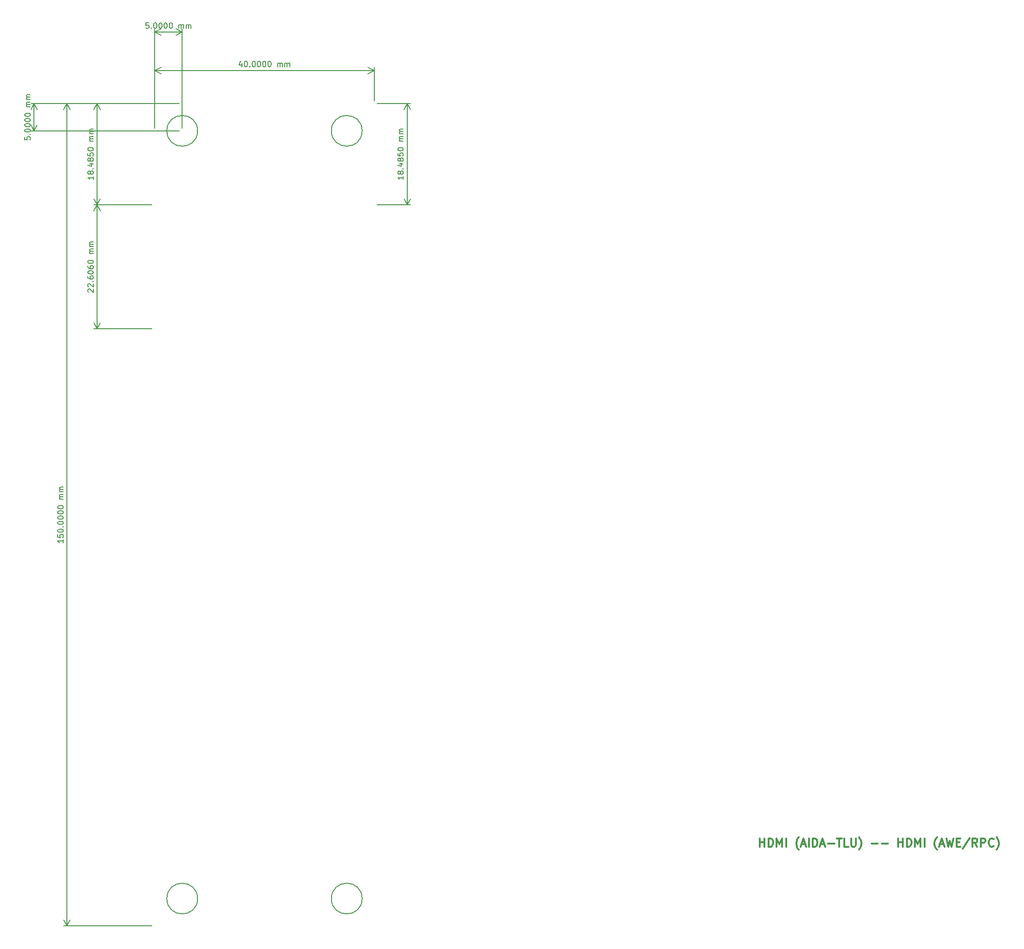
<source format=gbr>
%TF.GenerationSoftware,KiCad,Pcbnew,6.0.7-1.fc36*%
%TF.CreationDate,2022-07-28T17:35:04+01:00*%
%TF.ProjectId,pc070_aida_hdmi_rpc_hdmi,70633037-305f-4616-9964-615f68646d69,rev?*%
%TF.SameCoordinates,Original*%
%TF.FileFunction,Other,Comment*%
%FSLAX46Y46*%
G04 Gerber Fmt 4.6, Leading zero omitted, Abs format (unit mm)*
G04 Created by KiCad (PCBNEW 6.0.7-1.fc36) date 2022-07-28 17:35:04*
%MOMM*%
%LPD*%
G01*
G04 APERTURE LIST*
%ADD10C,0.300000*%
%ADD11C,0.150000*%
G04 APERTURE END LIST*
D10*
X180314285Y-175528571D02*
X180314285Y-174028571D01*
X180314285Y-174742857D02*
X181171428Y-174742857D01*
X181171428Y-175528571D02*
X181171428Y-174028571D01*
X181885714Y-175528571D02*
X181885714Y-174028571D01*
X182242857Y-174028571D01*
X182457142Y-174100000D01*
X182600000Y-174242857D01*
X182671428Y-174385714D01*
X182742857Y-174671428D01*
X182742857Y-174885714D01*
X182671428Y-175171428D01*
X182600000Y-175314285D01*
X182457142Y-175457142D01*
X182242857Y-175528571D01*
X181885714Y-175528571D01*
X183385714Y-175528571D02*
X183385714Y-174028571D01*
X183885714Y-175100000D01*
X184385714Y-174028571D01*
X184385714Y-175528571D01*
X185100000Y-175528571D02*
X185100000Y-174028571D01*
X187385714Y-176100000D02*
X187314285Y-176028571D01*
X187171428Y-175814285D01*
X187100000Y-175671428D01*
X187028571Y-175457142D01*
X186957142Y-175100000D01*
X186957142Y-174814285D01*
X187028571Y-174457142D01*
X187100000Y-174242857D01*
X187171428Y-174100000D01*
X187314285Y-173885714D01*
X187385714Y-173814285D01*
X187885714Y-175100000D02*
X188600000Y-175100000D01*
X187742857Y-175528571D02*
X188242857Y-174028571D01*
X188742857Y-175528571D01*
X189242857Y-175528571D02*
X189242857Y-174028571D01*
X189957142Y-175528571D02*
X189957142Y-174028571D01*
X190314285Y-174028571D01*
X190528571Y-174100000D01*
X190671428Y-174242857D01*
X190742857Y-174385714D01*
X190814285Y-174671428D01*
X190814285Y-174885714D01*
X190742857Y-175171428D01*
X190671428Y-175314285D01*
X190528571Y-175457142D01*
X190314285Y-175528571D01*
X189957142Y-175528571D01*
X191385714Y-175100000D02*
X192100000Y-175100000D01*
X191242857Y-175528571D02*
X191742857Y-174028571D01*
X192242857Y-175528571D01*
X192742857Y-174957142D02*
X193885714Y-174957142D01*
X194385714Y-174028571D02*
X195242857Y-174028571D01*
X194814285Y-175528571D02*
X194814285Y-174028571D01*
X196457142Y-175528571D02*
X195742857Y-175528571D01*
X195742857Y-174028571D01*
X196957142Y-174028571D02*
X196957142Y-175242857D01*
X197028571Y-175385714D01*
X197100000Y-175457142D01*
X197242857Y-175528571D01*
X197528571Y-175528571D01*
X197671428Y-175457142D01*
X197742857Y-175385714D01*
X197814285Y-175242857D01*
X197814285Y-174028571D01*
X198385714Y-176100000D02*
X198457142Y-176028571D01*
X198600000Y-175814285D01*
X198671428Y-175671428D01*
X198742857Y-175457142D01*
X198814285Y-175100000D01*
X198814285Y-174814285D01*
X198742857Y-174457142D01*
X198671428Y-174242857D01*
X198600000Y-174100000D01*
X198457142Y-173885714D01*
X198385714Y-173814285D01*
X200671428Y-174957142D02*
X201814285Y-174957142D01*
X202528571Y-174957142D02*
X203671428Y-174957142D01*
X205528571Y-175528571D02*
X205528571Y-174028571D01*
X205528571Y-174742857D02*
X206385714Y-174742857D01*
X206385714Y-175528571D02*
X206385714Y-174028571D01*
X207100000Y-175528571D02*
X207100000Y-174028571D01*
X207457142Y-174028571D01*
X207671428Y-174100000D01*
X207814285Y-174242857D01*
X207885714Y-174385714D01*
X207957142Y-174671428D01*
X207957142Y-174885714D01*
X207885714Y-175171428D01*
X207814285Y-175314285D01*
X207671428Y-175457142D01*
X207457142Y-175528571D01*
X207100000Y-175528571D01*
X208600000Y-175528571D02*
X208600000Y-174028571D01*
X209100000Y-175100000D01*
X209600000Y-174028571D01*
X209600000Y-175528571D01*
X210314285Y-175528571D02*
X210314285Y-174028571D01*
X212600000Y-176100000D02*
X212528571Y-176028571D01*
X212385714Y-175814285D01*
X212314285Y-175671428D01*
X212242857Y-175457142D01*
X212171428Y-175100000D01*
X212171428Y-174814285D01*
X212242857Y-174457142D01*
X212314285Y-174242857D01*
X212385714Y-174100000D01*
X212528571Y-173885714D01*
X212600000Y-173814285D01*
X213100000Y-175100000D02*
X213814285Y-175100000D01*
X212957142Y-175528571D02*
X213457142Y-174028571D01*
X213957142Y-175528571D01*
X214314285Y-174028571D02*
X214671428Y-175528571D01*
X214957142Y-174457142D01*
X215242857Y-175528571D01*
X215600000Y-174028571D01*
X216171428Y-174742857D02*
X216671428Y-174742857D01*
X216885714Y-175528571D02*
X216171428Y-175528571D01*
X216171428Y-174028571D01*
X216885714Y-174028571D01*
X218600000Y-173957142D02*
X217314285Y-175885714D01*
X219957142Y-175528571D02*
X219457142Y-174814285D01*
X219100000Y-175528571D02*
X219100000Y-174028571D01*
X219671428Y-174028571D01*
X219814285Y-174100000D01*
X219885714Y-174171428D01*
X219957142Y-174314285D01*
X219957142Y-174528571D01*
X219885714Y-174671428D01*
X219814285Y-174742857D01*
X219671428Y-174814285D01*
X219100000Y-174814285D01*
X220600000Y-175528571D02*
X220600000Y-174028571D01*
X221171428Y-174028571D01*
X221314285Y-174100000D01*
X221385714Y-174171428D01*
X221457142Y-174314285D01*
X221457142Y-174528571D01*
X221385714Y-174671428D01*
X221314285Y-174742857D01*
X221171428Y-174814285D01*
X220600000Y-174814285D01*
X222957142Y-175385714D02*
X222885714Y-175457142D01*
X222671428Y-175528571D01*
X222528571Y-175528571D01*
X222314285Y-175457142D01*
X222171428Y-175314285D01*
X222100000Y-175171428D01*
X222028571Y-174885714D01*
X222028571Y-174671428D01*
X222100000Y-174385714D01*
X222171428Y-174242857D01*
X222314285Y-174100000D01*
X222528571Y-174028571D01*
X222671428Y-174028571D01*
X222885714Y-174100000D01*
X222957142Y-174171428D01*
X223457142Y-176100000D02*
X223528571Y-176028571D01*
X223671428Y-175814285D01*
X223742857Y-175671428D01*
X223814285Y-175457142D01*
X223885714Y-175100000D01*
X223885714Y-174814285D01*
X223814285Y-174457142D01*
X223742857Y-174242857D01*
X223671428Y-174100000D01*
X223528571Y-173885714D01*
X223457142Y-173814285D01*
D11*
X53302381Y-119523809D02*
X53302381Y-120095238D01*
X53302381Y-119809523D02*
X52302381Y-119809523D01*
X52445239Y-119904761D01*
X52540477Y-120000000D01*
X52588096Y-120095238D01*
X52302381Y-118619047D02*
X52302381Y-119095238D01*
X52778572Y-119142857D01*
X52730953Y-119095238D01*
X52683334Y-119000000D01*
X52683334Y-118761904D01*
X52730953Y-118666666D01*
X52778572Y-118619047D01*
X52873810Y-118571428D01*
X53111905Y-118571428D01*
X53207143Y-118619047D01*
X53254762Y-118666666D01*
X53302381Y-118761904D01*
X53302381Y-119000000D01*
X53254762Y-119095238D01*
X53207143Y-119142857D01*
X52302381Y-117952380D02*
X52302381Y-117857142D01*
X52350001Y-117761904D01*
X52397620Y-117714285D01*
X52492858Y-117666666D01*
X52683334Y-117619047D01*
X52921429Y-117619047D01*
X53111905Y-117666666D01*
X53207143Y-117714285D01*
X53254762Y-117761904D01*
X53302381Y-117857142D01*
X53302381Y-117952380D01*
X53254762Y-118047619D01*
X53207143Y-118095238D01*
X53111905Y-118142857D01*
X52921429Y-118190476D01*
X52683334Y-118190476D01*
X52492858Y-118142857D01*
X52397620Y-118095238D01*
X52350001Y-118047619D01*
X52302381Y-117952380D01*
X53207143Y-117190476D02*
X53254762Y-117142857D01*
X53302381Y-117190476D01*
X53254762Y-117238095D01*
X53207143Y-117190476D01*
X53302381Y-117190476D01*
X52302381Y-116523809D02*
X52302381Y-116428571D01*
X52350001Y-116333333D01*
X52397620Y-116285714D01*
X52492858Y-116238095D01*
X52683334Y-116190476D01*
X52921429Y-116190476D01*
X53111905Y-116238095D01*
X53207143Y-116285714D01*
X53254762Y-116333333D01*
X53302381Y-116428571D01*
X53302381Y-116523809D01*
X53254762Y-116619047D01*
X53207143Y-116666666D01*
X53111905Y-116714285D01*
X52921429Y-116761904D01*
X52683334Y-116761904D01*
X52492858Y-116714285D01*
X52397620Y-116666666D01*
X52350001Y-116619047D01*
X52302381Y-116523809D01*
X52302381Y-115571428D02*
X52302381Y-115476190D01*
X52350001Y-115380952D01*
X52397620Y-115333333D01*
X52492858Y-115285714D01*
X52683334Y-115238095D01*
X52921429Y-115238095D01*
X53111905Y-115285714D01*
X53207143Y-115333333D01*
X53254762Y-115380952D01*
X53302381Y-115476190D01*
X53302381Y-115571428D01*
X53254762Y-115666666D01*
X53207143Y-115714285D01*
X53111905Y-115761904D01*
X52921429Y-115809523D01*
X52683334Y-115809523D01*
X52492858Y-115761904D01*
X52397620Y-115714285D01*
X52350001Y-115666666D01*
X52302381Y-115571428D01*
X52302381Y-114619047D02*
X52302381Y-114523809D01*
X52350001Y-114428571D01*
X52397620Y-114380952D01*
X52492858Y-114333333D01*
X52683334Y-114285714D01*
X52921429Y-114285714D01*
X53111905Y-114333333D01*
X53207143Y-114380952D01*
X53254762Y-114428571D01*
X53302381Y-114523809D01*
X53302381Y-114619047D01*
X53254762Y-114714285D01*
X53207143Y-114761904D01*
X53111905Y-114809523D01*
X52921429Y-114857142D01*
X52683334Y-114857142D01*
X52492858Y-114809523D01*
X52397620Y-114761904D01*
X52350001Y-114714285D01*
X52302381Y-114619047D01*
X52302381Y-113666666D02*
X52302381Y-113571428D01*
X52350001Y-113476190D01*
X52397620Y-113428571D01*
X52492858Y-113380952D01*
X52683334Y-113333333D01*
X52921429Y-113333333D01*
X53111905Y-113380952D01*
X53207143Y-113428571D01*
X53254762Y-113476190D01*
X53302381Y-113571428D01*
X53302381Y-113666666D01*
X53254762Y-113761904D01*
X53207143Y-113809523D01*
X53111905Y-113857142D01*
X52921429Y-113904761D01*
X52683334Y-113904761D01*
X52492858Y-113857142D01*
X52397620Y-113809523D01*
X52350001Y-113761904D01*
X52302381Y-113666666D01*
X53302381Y-112142857D02*
X52635715Y-112142857D01*
X52730953Y-112142857D02*
X52683334Y-112095238D01*
X52635715Y-112000000D01*
X52635715Y-111857142D01*
X52683334Y-111761904D01*
X52778572Y-111714285D01*
X53302381Y-111714285D01*
X52778572Y-111714285D02*
X52683334Y-111666666D01*
X52635715Y-111571428D01*
X52635715Y-111428571D01*
X52683334Y-111333333D01*
X52778572Y-111285714D01*
X53302381Y-111285714D01*
X53302381Y-110809523D02*
X52635715Y-110809523D01*
X52730953Y-110809523D02*
X52683334Y-110761904D01*
X52635715Y-110666666D01*
X52635715Y-110523809D01*
X52683334Y-110428571D01*
X52778572Y-110380952D01*
X53302381Y-110380952D01*
X52778572Y-110380952D02*
X52683334Y-110333333D01*
X52635715Y-110238095D01*
X52635715Y-110095238D01*
X52683334Y-110000000D01*
X52778572Y-109952380D01*
X53302381Y-109952380D01*
X69500000Y-40000000D02*
X53413581Y-40000000D01*
X69500000Y-190000000D02*
X53413581Y-190000000D01*
X54000001Y-40000000D02*
X54000001Y-190000000D01*
X54000001Y-40000000D02*
X54000001Y-190000000D01*
X54000001Y-40000000D02*
X53413580Y-41126504D01*
X54000001Y-40000000D02*
X54586422Y-41126504D01*
X54000001Y-190000000D02*
X54586422Y-188873496D01*
X54000001Y-190000000D02*
X53413580Y-188873496D01*
X85857142Y-32635714D02*
X85857142Y-33302380D01*
X85619047Y-32254761D02*
X85380952Y-32969047D01*
X86000000Y-32969047D01*
X86571428Y-32302380D02*
X86666666Y-32302380D01*
X86761904Y-32350000D01*
X86809523Y-32397619D01*
X86857142Y-32492857D01*
X86904761Y-32683333D01*
X86904761Y-32921428D01*
X86857142Y-33111904D01*
X86809523Y-33207142D01*
X86761904Y-33254761D01*
X86666666Y-33302380D01*
X86571428Y-33302380D01*
X86476190Y-33254761D01*
X86428571Y-33207142D01*
X86380952Y-33111904D01*
X86333333Y-32921428D01*
X86333333Y-32683333D01*
X86380952Y-32492857D01*
X86428571Y-32397619D01*
X86476190Y-32350000D01*
X86571428Y-32302380D01*
X87333333Y-33207142D02*
X87380952Y-33254761D01*
X87333333Y-33302380D01*
X87285714Y-33254761D01*
X87333333Y-33207142D01*
X87333333Y-33302380D01*
X88000000Y-32302380D02*
X88095238Y-32302380D01*
X88190476Y-32350000D01*
X88238095Y-32397619D01*
X88285714Y-32492857D01*
X88333333Y-32683333D01*
X88333333Y-32921428D01*
X88285714Y-33111904D01*
X88238095Y-33207142D01*
X88190476Y-33254761D01*
X88095238Y-33302380D01*
X88000000Y-33302380D01*
X87904761Y-33254761D01*
X87857142Y-33207142D01*
X87809523Y-33111904D01*
X87761904Y-32921428D01*
X87761904Y-32683333D01*
X87809523Y-32492857D01*
X87857142Y-32397619D01*
X87904761Y-32350000D01*
X88000000Y-32302380D01*
X88952380Y-32302380D02*
X89047619Y-32302380D01*
X89142857Y-32350000D01*
X89190476Y-32397619D01*
X89238095Y-32492857D01*
X89285714Y-32683333D01*
X89285714Y-32921428D01*
X89238095Y-33111904D01*
X89190476Y-33207142D01*
X89142857Y-33254761D01*
X89047619Y-33302380D01*
X88952380Y-33302380D01*
X88857142Y-33254761D01*
X88809523Y-33207142D01*
X88761904Y-33111904D01*
X88714285Y-32921428D01*
X88714285Y-32683333D01*
X88761904Y-32492857D01*
X88809523Y-32397619D01*
X88857142Y-32350000D01*
X88952380Y-32302380D01*
X89904761Y-32302380D02*
X90000000Y-32302380D01*
X90095238Y-32350000D01*
X90142857Y-32397619D01*
X90190476Y-32492857D01*
X90238095Y-32683333D01*
X90238095Y-32921428D01*
X90190476Y-33111904D01*
X90142857Y-33207142D01*
X90095238Y-33254761D01*
X90000000Y-33302380D01*
X89904761Y-33302380D01*
X89809523Y-33254761D01*
X89761904Y-33207142D01*
X89714285Y-33111904D01*
X89666666Y-32921428D01*
X89666666Y-32683333D01*
X89714285Y-32492857D01*
X89761904Y-32397619D01*
X89809523Y-32350000D01*
X89904761Y-32302380D01*
X90857142Y-32302380D02*
X90952380Y-32302380D01*
X91047619Y-32350000D01*
X91095238Y-32397619D01*
X91142857Y-32492857D01*
X91190476Y-32683333D01*
X91190476Y-32921428D01*
X91142857Y-33111904D01*
X91095238Y-33207142D01*
X91047619Y-33254761D01*
X90952380Y-33302380D01*
X90857142Y-33302380D01*
X90761904Y-33254761D01*
X90714285Y-33207142D01*
X90666666Y-33111904D01*
X90619047Y-32921428D01*
X90619047Y-32683333D01*
X90666666Y-32492857D01*
X90714285Y-32397619D01*
X90761904Y-32350000D01*
X90857142Y-32302380D01*
X92380952Y-33302380D02*
X92380952Y-32635714D01*
X92380952Y-32730952D02*
X92428571Y-32683333D01*
X92523809Y-32635714D01*
X92666666Y-32635714D01*
X92761904Y-32683333D01*
X92809523Y-32778571D01*
X92809523Y-33302380D01*
X92809523Y-32778571D02*
X92857142Y-32683333D01*
X92952380Y-32635714D01*
X93095238Y-32635714D01*
X93190476Y-32683333D01*
X93238095Y-32778571D01*
X93238095Y-33302380D01*
X93714285Y-33302380D02*
X93714285Y-32635714D01*
X93714285Y-32730952D02*
X93761904Y-32683333D01*
X93857142Y-32635714D01*
X94000000Y-32635714D01*
X94095238Y-32683333D01*
X94142857Y-32778571D01*
X94142857Y-33302380D01*
X94142857Y-32778571D02*
X94190476Y-32683333D01*
X94285714Y-32635714D01*
X94428571Y-32635714D01*
X94523809Y-32683333D01*
X94571428Y-32778571D01*
X94571428Y-33302380D01*
X70000000Y-39500000D02*
X70000000Y-33413580D01*
X110000000Y-39500000D02*
X110000000Y-33413580D01*
X70000000Y-34000000D02*
X110000000Y-34000000D01*
X70000000Y-34000000D02*
X110000000Y-34000000D01*
X70000000Y-34000000D02*
X71126504Y-34586421D01*
X70000000Y-34000000D02*
X71126504Y-33413579D01*
X110000000Y-34000000D02*
X108873496Y-33413579D01*
X110000000Y-34000000D02*
X108873496Y-34586421D01*
X58802381Y-53290119D02*
X58802381Y-53861547D01*
X58802381Y-53575833D02*
X57802381Y-53575833D01*
X57945239Y-53671071D01*
X58040477Y-53766309D01*
X58088096Y-53861547D01*
X58230953Y-52718690D02*
X58183334Y-52813928D01*
X58135715Y-52861547D01*
X58040477Y-52909166D01*
X57992858Y-52909166D01*
X57897620Y-52861547D01*
X57850001Y-52813928D01*
X57802381Y-52718690D01*
X57802381Y-52528214D01*
X57850001Y-52432976D01*
X57897620Y-52385357D01*
X57992858Y-52337738D01*
X58040477Y-52337738D01*
X58135715Y-52385357D01*
X58183334Y-52432976D01*
X58230953Y-52528214D01*
X58230953Y-52718690D01*
X58278572Y-52813928D01*
X58326191Y-52861547D01*
X58421429Y-52909166D01*
X58611905Y-52909166D01*
X58707143Y-52861547D01*
X58754762Y-52813928D01*
X58802381Y-52718690D01*
X58802381Y-52528214D01*
X58754762Y-52432976D01*
X58707143Y-52385357D01*
X58611905Y-52337738D01*
X58421429Y-52337738D01*
X58326191Y-52385357D01*
X58278572Y-52432976D01*
X58230953Y-52528214D01*
X58707143Y-51909166D02*
X58754762Y-51861547D01*
X58802381Y-51909166D01*
X58754762Y-51956785D01*
X58707143Y-51909166D01*
X58802381Y-51909166D01*
X58135715Y-51004404D02*
X58802381Y-51004404D01*
X57754762Y-51242500D02*
X58469048Y-51480595D01*
X58469048Y-50861547D01*
X58230953Y-50337738D02*
X58183334Y-50432976D01*
X58135715Y-50480595D01*
X58040477Y-50528214D01*
X57992858Y-50528214D01*
X57897620Y-50480595D01*
X57850001Y-50432976D01*
X57802381Y-50337738D01*
X57802381Y-50147261D01*
X57850001Y-50052023D01*
X57897620Y-50004404D01*
X57992858Y-49956785D01*
X58040477Y-49956785D01*
X58135715Y-50004404D01*
X58183334Y-50052023D01*
X58230953Y-50147261D01*
X58230953Y-50337738D01*
X58278572Y-50432976D01*
X58326191Y-50480595D01*
X58421429Y-50528214D01*
X58611905Y-50528214D01*
X58707143Y-50480595D01*
X58754762Y-50432976D01*
X58802381Y-50337738D01*
X58802381Y-50147261D01*
X58754762Y-50052023D01*
X58707143Y-50004404D01*
X58611905Y-49956785D01*
X58421429Y-49956785D01*
X58326191Y-50004404D01*
X58278572Y-50052023D01*
X58230953Y-50147261D01*
X57802381Y-49052023D02*
X57802381Y-49528214D01*
X58278572Y-49575833D01*
X58230953Y-49528214D01*
X58183334Y-49432976D01*
X58183334Y-49194880D01*
X58230953Y-49099642D01*
X58278572Y-49052023D01*
X58373810Y-49004404D01*
X58611905Y-49004404D01*
X58707143Y-49052023D01*
X58754762Y-49099642D01*
X58802381Y-49194880D01*
X58802381Y-49432976D01*
X58754762Y-49528214D01*
X58707143Y-49575833D01*
X57802381Y-48385357D02*
X57802381Y-48290119D01*
X57850001Y-48194880D01*
X57897620Y-48147261D01*
X57992858Y-48099642D01*
X58183334Y-48052023D01*
X58421429Y-48052023D01*
X58611905Y-48099642D01*
X58707143Y-48147261D01*
X58754762Y-48194880D01*
X58802381Y-48290119D01*
X58802381Y-48385357D01*
X58754762Y-48480595D01*
X58707143Y-48528214D01*
X58611905Y-48575833D01*
X58421429Y-48623452D01*
X58183334Y-48623452D01*
X57992858Y-48575833D01*
X57897620Y-48528214D01*
X57850001Y-48480595D01*
X57802381Y-48385357D01*
X58802381Y-46861547D02*
X58135715Y-46861547D01*
X58230953Y-46861547D02*
X58183334Y-46813928D01*
X58135715Y-46718690D01*
X58135715Y-46575833D01*
X58183334Y-46480595D01*
X58278572Y-46432976D01*
X58802381Y-46432976D01*
X58278572Y-46432976D02*
X58183334Y-46385357D01*
X58135715Y-46290119D01*
X58135715Y-46147261D01*
X58183334Y-46052023D01*
X58278572Y-46004404D01*
X58802381Y-46004404D01*
X58802381Y-45528214D02*
X58135715Y-45528214D01*
X58230953Y-45528214D02*
X58183334Y-45480595D01*
X58135715Y-45385357D01*
X58135715Y-45242500D01*
X58183334Y-45147261D01*
X58278572Y-45099642D01*
X58802381Y-45099642D01*
X58278572Y-45099642D02*
X58183334Y-45052023D01*
X58135715Y-44956785D01*
X58135715Y-44813928D01*
X58183334Y-44718690D01*
X58278572Y-44671071D01*
X58802381Y-44671071D01*
X69500000Y-40000000D02*
X58913581Y-40000000D01*
X69500000Y-58485000D02*
X58913581Y-58485000D01*
X59500001Y-40000000D02*
X59500001Y-58485000D01*
X59500001Y-40000000D02*
X59500001Y-58485000D01*
X59500001Y-40000000D02*
X58913580Y-41126504D01*
X59500001Y-40000000D02*
X60086422Y-41126504D01*
X59500001Y-58485000D02*
X60086422Y-57358496D01*
X59500001Y-58485000D02*
X58913580Y-57358496D01*
X57897620Y-74407047D02*
X57850001Y-74359428D01*
X57802381Y-74264190D01*
X57802381Y-74026095D01*
X57850001Y-73930857D01*
X57897620Y-73883238D01*
X57992858Y-73835619D01*
X58088096Y-73835619D01*
X58230953Y-73883238D01*
X58802381Y-74454666D01*
X58802381Y-73835619D01*
X57897620Y-73454666D02*
X57850001Y-73407047D01*
X57802381Y-73311809D01*
X57802381Y-73073714D01*
X57850001Y-72978476D01*
X57897620Y-72930857D01*
X57992858Y-72883238D01*
X58088096Y-72883238D01*
X58230953Y-72930857D01*
X58802381Y-73502285D01*
X58802381Y-72883238D01*
X58707143Y-72454666D02*
X58754762Y-72407047D01*
X58802381Y-72454666D01*
X58754762Y-72502285D01*
X58707143Y-72454666D01*
X58802381Y-72454666D01*
X57802381Y-71549904D02*
X57802381Y-71740380D01*
X57850001Y-71835619D01*
X57897620Y-71883238D01*
X58040477Y-71978476D01*
X58230953Y-72026095D01*
X58611905Y-72026095D01*
X58707143Y-71978476D01*
X58754762Y-71930857D01*
X58802381Y-71835619D01*
X58802381Y-71645142D01*
X58754762Y-71549904D01*
X58707143Y-71502285D01*
X58611905Y-71454666D01*
X58373810Y-71454666D01*
X58278572Y-71502285D01*
X58230953Y-71549904D01*
X58183334Y-71645142D01*
X58183334Y-71835619D01*
X58230953Y-71930857D01*
X58278572Y-71978476D01*
X58373810Y-72026095D01*
X57802381Y-70835619D02*
X57802381Y-70740380D01*
X57850001Y-70645142D01*
X57897620Y-70597523D01*
X57992858Y-70549904D01*
X58183334Y-70502285D01*
X58421429Y-70502285D01*
X58611905Y-70549904D01*
X58707143Y-70597523D01*
X58754762Y-70645142D01*
X58802381Y-70740380D01*
X58802381Y-70835619D01*
X58754762Y-70930857D01*
X58707143Y-70978476D01*
X58611905Y-71026095D01*
X58421429Y-71073714D01*
X58183334Y-71073714D01*
X57992858Y-71026095D01*
X57897620Y-70978476D01*
X57850001Y-70930857D01*
X57802381Y-70835619D01*
X57802381Y-69645142D02*
X57802381Y-69835619D01*
X57850001Y-69930857D01*
X57897620Y-69978476D01*
X58040477Y-70073714D01*
X58230953Y-70121333D01*
X58611905Y-70121333D01*
X58707143Y-70073714D01*
X58754762Y-70026095D01*
X58802381Y-69930857D01*
X58802381Y-69740380D01*
X58754762Y-69645142D01*
X58707143Y-69597523D01*
X58611905Y-69549904D01*
X58373810Y-69549904D01*
X58278572Y-69597523D01*
X58230953Y-69645142D01*
X58183334Y-69740380D01*
X58183334Y-69930857D01*
X58230953Y-70026095D01*
X58278572Y-70073714D01*
X58373810Y-70121333D01*
X57802381Y-68930857D02*
X57802381Y-68835619D01*
X57850001Y-68740380D01*
X57897620Y-68692761D01*
X57992858Y-68645142D01*
X58183334Y-68597523D01*
X58421429Y-68597523D01*
X58611905Y-68645142D01*
X58707143Y-68692761D01*
X58754762Y-68740380D01*
X58802381Y-68835619D01*
X58802381Y-68930857D01*
X58754762Y-69026095D01*
X58707143Y-69073714D01*
X58611905Y-69121333D01*
X58421429Y-69168952D01*
X58183334Y-69168952D01*
X57992858Y-69121333D01*
X57897620Y-69073714D01*
X57850001Y-69026095D01*
X57802381Y-68930857D01*
X58802381Y-67407047D02*
X58135715Y-67407047D01*
X58230953Y-67407047D02*
X58183334Y-67359428D01*
X58135715Y-67264190D01*
X58135715Y-67121333D01*
X58183334Y-67026095D01*
X58278572Y-66978476D01*
X58802381Y-66978476D01*
X58278572Y-66978476D02*
X58183334Y-66930857D01*
X58135715Y-66835619D01*
X58135715Y-66692761D01*
X58183334Y-66597523D01*
X58278572Y-66549904D01*
X58802381Y-66549904D01*
X58802381Y-66073714D02*
X58135715Y-66073714D01*
X58230953Y-66073714D02*
X58183334Y-66026095D01*
X58135715Y-65930857D01*
X58135715Y-65788000D01*
X58183334Y-65692761D01*
X58278572Y-65645142D01*
X58802381Y-65645142D01*
X58278572Y-65645142D02*
X58183334Y-65597523D01*
X58135715Y-65502285D01*
X58135715Y-65359428D01*
X58183334Y-65264190D01*
X58278572Y-65216571D01*
X58802381Y-65216571D01*
X69500000Y-58485000D02*
X58913581Y-58485000D01*
X69500000Y-81091000D02*
X58913581Y-81091000D01*
X59500001Y-58485000D02*
X59500001Y-81091000D01*
X59500001Y-58485000D02*
X59500001Y-81091000D01*
X59500001Y-58485000D02*
X58913580Y-59611504D01*
X59500001Y-58485000D02*
X60086422Y-59611504D01*
X59500001Y-81091000D02*
X60086422Y-79964496D01*
X59500001Y-81091000D02*
X58913580Y-79964496D01*
X115302380Y-53290119D02*
X115302380Y-53861547D01*
X115302380Y-53575833D02*
X114302380Y-53575833D01*
X114445238Y-53671071D01*
X114540476Y-53766309D01*
X114588095Y-53861547D01*
X114730952Y-52718690D02*
X114683333Y-52813928D01*
X114635714Y-52861547D01*
X114540476Y-52909166D01*
X114492857Y-52909166D01*
X114397619Y-52861547D01*
X114350000Y-52813928D01*
X114302380Y-52718690D01*
X114302380Y-52528214D01*
X114350000Y-52432976D01*
X114397619Y-52385357D01*
X114492857Y-52337738D01*
X114540476Y-52337738D01*
X114635714Y-52385357D01*
X114683333Y-52432976D01*
X114730952Y-52528214D01*
X114730952Y-52718690D01*
X114778571Y-52813928D01*
X114826190Y-52861547D01*
X114921428Y-52909166D01*
X115111904Y-52909166D01*
X115207142Y-52861547D01*
X115254761Y-52813928D01*
X115302380Y-52718690D01*
X115302380Y-52528214D01*
X115254761Y-52432976D01*
X115207142Y-52385357D01*
X115111904Y-52337738D01*
X114921428Y-52337738D01*
X114826190Y-52385357D01*
X114778571Y-52432976D01*
X114730952Y-52528214D01*
X115207142Y-51909166D02*
X115254761Y-51861547D01*
X115302380Y-51909166D01*
X115254761Y-51956785D01*
X115207142Y-51909166D01*
X115302380Y-51909166D01*
X114635714Y-51004404D02*
X115302380Y-51004404D01*
X114254761Y-51242500D02*
X114969047Y-51480595D01*
X114969047Y-50861547D01*
X114730952Y-50337738D02*
X114683333Y-50432976D01*
X114635714Y-50480595D01*
X114540476Y-50528214D01*
X114492857Y-50528214D01*
X114397619Y-50480595D01*
X114350000Y-50432976D01*
X114302380Y-50337738D01*
X114302380Y-50147261D01*
X114350000Y-50052023D01*
X114397619Y-50004404D01*
X114492857Y-49956785D01*
X114540476Y-49956785D01*
X114635714Y-50004404D01*
X114683333Y-50052023D01*
X114730952Y-50147261D01*
X114730952Y-50337738D01*
X114778571Y-50432976D01*
X114826190Y-50480595D01*
X114921428Y-50528214D01*
X115111904Y-50528214D01*
X115207142Y-50480595D01*
X115254761Y-50432976D01*
X115302380Y-50337738D01*
X115302380Y-50147261D01*
X115254761Y-50052023D01*
X115207142Y-50004404D01*
X115111904Y-49956785D01*
X114921428Y-49956785D01*
X114826190Y-50004404D01*
X114778571Y-50052023D01*
X114730952Y-50147261D01*
X114302380Y-49052023D02*
X114302380Y-49528214D01*
X114778571Y-49575833D01*
X114730952Y-49528214D01*
X114683333Y-49432976D01*
X114683333Y-49194880D01*
X114730952Y-49099642D01*
X114778571Y-49052023D01*
X114873809Y-49004404D01*
X115111904Y-49004404D01*
X115207142Y-49052023D01*
X115254761Y-49099642D01*
X115302380Y-49194880D01*
X115302380Y-49432976D01*
X115254761Y-49528214D01*
X115207142Y-49575833D01*
X114302380Y-48385357D02*
X114302380Y-48290119D01*
X114350000Y-48194880D01*
X114397619Y-48147261D01*
X114492857Y-48099642D01*
X114683333Y-48052023D01*
X114921428Y-48052023D01*
X115111904Y-48099642D01*
X115207142Y-48147261D01*
X115254761Y-48194880D01*
X115302380Y-48290119D01*
X115302380Y-48385357D01*
X115254761Y-48480595D01*
X115207142Y-48528214D01*
X115111904Y-48575833D01*
X114921428Y-48623452D01*
X114683333Y-48623452D01*
X114492857Y-48575833D01*
X114397619Y-48528214D01*
X114350000Y-48480595D01*
X114302380Y-48385357D01*
X115302380Y-46861547D02*
X114635714Y-46861547D01*
X114730952Y-46861547D02*
X114683333Y-46813928D01*
X114635714Y-46718690D01*
X114635714Y-46575833D01*
X114683333Y-46480595D01*
X114778571Y-46432976D01*
X115302380Y-46432976D01*
X114778571Y-46432976D02*
X114683333Y-46385357D01*
X114635714Y-46290119D01*
X114635714Y-46147261D01*
X114683333Y-46052023D01*
X114778571Y-46004404D01*
X115302380Y-46004404D01*
X115302380Y-45528214D02*
X114635714Y-45528214D01*
X114730952Y-45528214D02*
X114683333Y-45480595D01*
X114635714Y-45385357D01*
X114635714Y-45242500D01*
X114683333Y-45147261D01*
X114778571Y-45099642D01*
X115302380Y-45099642D01*
X114778571Y-45099642D02*
X114683333Y-45052023D01*
X114635714Y-44956785D01*
X114635714Y-44813928D01*
X114683333Y-44718690D01*
X114778571Y-44671071D01*
X115302380Y-44671071D01*
X110500000Y-58485000D02*
X116586420Y-58485000D01*
X110500000Y-40000000D02*
X116586420Y-40000000D01*
X116000000Y-58485000D02*
X116000000Y-40000000D01*
X116000000Y-58485000D02*
X116000000Y-40000000D01*
X116000000Y-58485000D02*
X116586421Y-57358496D01*
X116000000Y-58485000D02*
X115413579Y-57358496D01*
X116000000Y-40000000D02*
X115413579Y-41126504D01*
X116000000Y-40000000D02*
X116586421Y-41126504D01*
X68880952Y-25302380D02*
X68404761Y-25302380D01*
X68357142Y-25778571D01*
X68404761Y-25730952D01*
X68500000Y-25683333D01*
X68738095Y-25683333D01*
X68833333Y-25730952D01*
X68880952Y-25778571D01*
X68928571Y-25873809D01*
X68928571Y-26111904D01*
X68880952Y-26207142D01*
X68833333Y-26254761D01*
X68738095Y-26302380D01*
X68500000Y-26302380D01*
X68404761Y-26254761D01*
X68357142Y-26207142D01*
X69357142Y-26207142D02*
X69404761Y-26254761D01*
X69357142Y-26302380D01*
X69309523Y-26254761D01*
X69357142Y-26207142D01*
X69357142Y-26302380D01*
X70023809Y-25302380D02*
X70119047Y-25302380D01*
X70214285Y-25350000D01*
X70261904Y-25397619D01*
X70309523Y-25492857D01*
X70357142Y-25683333D01*
X70357142Y-25921428D01*
X70309523Y-26111904D01*
X70261904Y-26207142D01*
X70214285Y-26254761D01*
X70119047Y-26302380D01*
X70023809Y-26302380D01*
X69928571Y-26254761D01*
X69880952Y-26207142D01*
X69833333Y-26111904D01*
X69785714Y-25921428D01*
X69785714Y-25683333D01*
X69833333Y-25492857D01*
X69880952Y-25397619D01*
X69928571Y-25350000D01*
X70023809Y-25302380D01*
X70976190Y-25302380D02*
X71071428Y-25302380D01*
X71166666Y-25350000D01*
X71214285Y-25397619D01*
X71261904Y-25492857D01*
X71309523Y-25683333D01*
X71309523Y-25921428D01*
X71261904Y-26111904D01*
X71214285Y-26207142D01*
X71166666Y-26254761D01*
X71071428Y-26302380D01*
X70976190Y-26302380D01*
X70880952Y-26254761D01*
X70833333Y-26207142D01*
X70785714Y-26111904D01*
X70738095Y-25921428D01*
X70738095Y-25683333D01*
X70785714Y-25492857D01*
X70833333Y-25397619D01*
X70880952Y-25350000D01*
X70976190Y-25302380D01*
X71928571Y-25302380D02*
X72023809Y-25302380D01*
X72119047Y-25350000D01*
X72166666Y-25397619D01*
X72214285Y-25492857D01*
X72261904Y-25683333D01*
X72261904Y-25921428D01*
X72214285Y-26111904D01*
X72166666Y-26207142D01*
X72119047Y-26254761D01*
X72023809Y-26302380D01*
X71928571Y-26302380D01*
X71833333Y-26254761D01*
X71785714Y-26207142D01*
X71738095Y-26111904D01*
X71690476Y-25921428D01*
X71690476Y-25683333D01*
X71738095Y-25492857D01*
X71785714Y-25397619D01*
X71833333Y-25350000D01*
X71928571Y-25302380D01*
X72880952Y-25302380D02*
X72976190Y-25302380D01*
X73071428Y-25350000D01*
X73119047Y-25397619D01*
X73166666Y-25492857D01*
X73214285Y-25683333D01*
X73214285Y-25921428D01*
X73166666Y-26111904D01*
X73119047Y-26207142D01*
X73071428Y-26254761D01*
X72976190Y-26302380D01*
X72880952Y-26302380D01*
X72785714Y-26254761D01*
X72738095Y-26207142D01*
X72690476Y-26111904D01*
X72642857Y-25921428D01*
X72642857Y-25683333D01*
X72690476Y-25492857D01*
X72738095Y-25397619D01*
X72785714Y-25350000D01*
X72880952Y-25302380D01*
X74404761Y-26302380D02*
X74404761Y-25635714D01*
X74404761Y-25730952D02*
X74452380Y-25683333D01*
X74547619Y-25635714D01*
X74690476Y-25635714D01*
X74785714Y-25683333D01*
X74833333Y-25778571D01*
X74833333Y-26302380D01*
X74833333Y-25778571D02*
X74880952Y-25683333D01*
X74976190Y-25635714D01*
X75119047Y-25635714D01*
X75214285Y-25683333D01*
X75261904Y-25778571D01*
X75261904Y-26302380D01*
X75738095Y-26302380D02*
X75738095Y-25635714D01*
X75738095Y-25730952D02*
X75785714Y-25683333D01*
X75880952Y-25635714D01*
X76023809Y-25635714D01*
X76119047Y-25683333D01*
X76166666Y-25778571D01*
X76166666Y-26302380D01*
X76166666Y-25778571D02*
X76214285Y-25683333D01*
X76309523Y-25635714D01*
X76452380Y-25635714D01*
X76547619Y-25683333D01*
X76595238Y-25778571D01*
X76595238Y-26302380D01*
X75000000Y-44500000D02*
X75000000Y-26413580D01*
X70000000Y-44500000D02*
X70000000Y-26413580D01*
X75000000Y-27000000D02*
X70000000Y-27000000D01*
X75000000Y-27000000D02*
X70000000Y-27000000D01*
X75000000Y-27000000D02*
X73873496Y-26413579D01*
X75000000Y-27000000D02*
X73873496Y-27586421D01*
X70000000Y-27000000D02*
X71126504Y-27586421D01*
X70000000Y-27000000D02*
X71126504Y-26413579D01*
X46302380Y-46119047D02*
X46302380Y-46595238D01*
X46778571Y-46642857D01*
X46730952Y-46595238D01*
X46683333Y-46500000D01*
X46683333Y-46261904D01*
X46730952Y-46166666D01*
X46778571Y-46119047D01*
X46873809Y-46071428D01*
X47111904Y-46071428D01*
X47207142Y-46119047D01*
X47254761Y-46166666D01*
X47302380Y-46261904D01*
X47302380Y-46500000D01*
X47254761Y-46595238D01*
X47207142Y-46642857D01*
X47207142Y-45642857D02*
X47254761Y-45595238D01*
X47302380Y-45642857D01*
X47254761Y-45690476D01*
X47207142Y-45642857D01*
X47302380Y-45642857D01*
X46302380Y-44976190D02*
X46302380Y-44880952D01*
X46350000Y-44785714D01*
X46397619Y-44738095D01*
X46492857Y-44690476D01*
X46683333Y-44642857D01*
X46921428Y-44642857D01*
X47111904Y-44690476D01*
X47207142Y-44738095D01*
X47254761Y-44785714D01*
X47302380Y-44880952D01*
X47302380Y-44976190D01*
X47254761Y-45071428D01*
X47207142Y-45119047D01*
X47111904Y-45166666D01*
X46921428Y-45214285D01*
X46683333Y-45214285D01*
X46492857Y-45166666D01*
X46397619Y-45119047D01*
X46350000Y-45071428D01*
X46302380Y-44976190D01*
X46302380Y-44023809D02*
X46302380Y-43928571D01*
X46350000Y-43833333D01*
X46397619Y-43785714D01*
X46492857Y-43738095D01*
X46683333Y-43690476D01*
X46921428Y-43690476D01*
X47111904Y-43738095D01*
X47207142Y-43785714D01*
X47254761Y-43833333D01*
X47302380Y-43928571D01*
X47302380Y-44023809D01*
X47254761Y-44119047D01*
X47207142Y-44166666D01*
X47111904Y-44214285D01*
X46921428Y-44261904D01*
X46683333Y-44261904D01*
X46492857Y-44214285D01*
X46397619Y-44166666D01*
X46350000Y-44119047D01*
X46302380Y-44023809D01*
X46302380Y-43071428D02*
X46302380Y-42976190D01*
X46350000Y-42880952D01*
X46397619Y-42833333D01*
X46492857Y-42785714D01*
X46683333Y-42738095D01*
X46921428Y-42738095D01*
X47111904Y-42785714D01*
X47207142Y-42833333D01*
X47254761Y-42880952D01*
X47302380Y-42976190D01*
X47302380Y-43071428D01*
X47254761Y-43166666D01*
X47207142Y-43214285D01*
X47111904Y-43261904D01*
X46921428Y-43309523D01*
X46683333Y-43309523D01*
X46492857Y-43261904D01*
X46397619Y-43214285D01*
X46350000Y-43166666D01*
X46302380Y-43071428D01*
X46302380Y-42119047D02*
X46302380Y-42023809D01*
X46350000Y-41928571D01*
X46397619Y-41880952D01*
X46492857Y-41833333D01*
X46683333Y-41785714D01*
X46921428Y-41785714D01*
X47111904Y-41833333D01*
X47207142Y-41880952D01*
X47254761Y-41928571D01*
X47302380Y-42023809D01*
X47302380Y-42119047D01*
X47254761Y-42214285D01*
X47207142Y-42261904D01*
X47111904Y-42309523D01*
X46921428Y-42357142D01*
X46683333Y-42357142D01*
X46492857Y-42309523D01*
X46397619Y-42261904D01*
X46350000Y-42214285D01*
X46302380Y-42119047D01*
X47302380Y-40595238D02*
X46635714Y-40595238D01*
X46730952Y-40595238D02*
X46683333Y-40547619D01*
X46635714Y-40452380D01*
X46635714Y-40309523D01*
X46683333Y-40214285D01*
X46778571Y-40166666D01*
X47302380Y-40166666D01*
X46778571Y-40166666D02*
X46683333Y-40119047D01*
X46635714Y-40023809D01*
X46635714Y-39880952D01*
X46683333Y-39785714D01*
X46778571Y-39738095D01*
X47302380Y-39738095D01*
X47302380Y-39261904D02*
X46635714Y-39261904D01*
X46730952Y-39261904D02*
X46683333Y-39214285D01*
X46635714Y-39119047D01*
X46635714Y-38976190D01*
X46683333Y-38880952D01*
X46778571Y-38833333D01*
X47302380Y-38833333D01*
X46778571Y-38833333D02*
X46683333Y-38785714D01*
X46635714Y-38690476D01*
X46635714Y-38547619D01*
X46683333Y-38452380D01*
X46778571Y-38404761D01*
X47302380Y-38404761D01*
X74500000Y-45000000D02*
X47413580Y-45000000D01*
X74500000Y-40000000D02*
X47413580Y-40000000D01*
X48000000Y-45000000D02*
X48000000Y-40000000D01*
X48000000Y-45000000D02*
X48000000Y-40000000D01*
X48000000Y-45000000D02*
X48586421Y-43873496D01*
X48000000Y-45000000D02*
X47413579Y-43873496D01*
X48000000Y-40000000D02*
X47413579Y-41126504D01*
X48000000Y-40000000D02*
X48586421Y-41126504D01*
%TO.C,H3*%
X107800000Y-185000000D02*
G75*
G03*
X107800000Y-185000000I-2800000J0D01*
G01*
%TO.C,H4*%
X77800000Y-185000000D02*
G75*
G03*
X77800000Y-185000000I-2800000J0D01*
G01*
%TO.C,H2*%
X107800000Y-45000000D02*
G75*
G03*
X107800000Y-45000000I-2800000J0D01*
G01*
%TO.C,H1*%
X77800000Y-45000000D02*
G75*
G03*
X77800000Y-45000000I-2800000J0D01*
G01*
%TD*%
M02*

</source>
